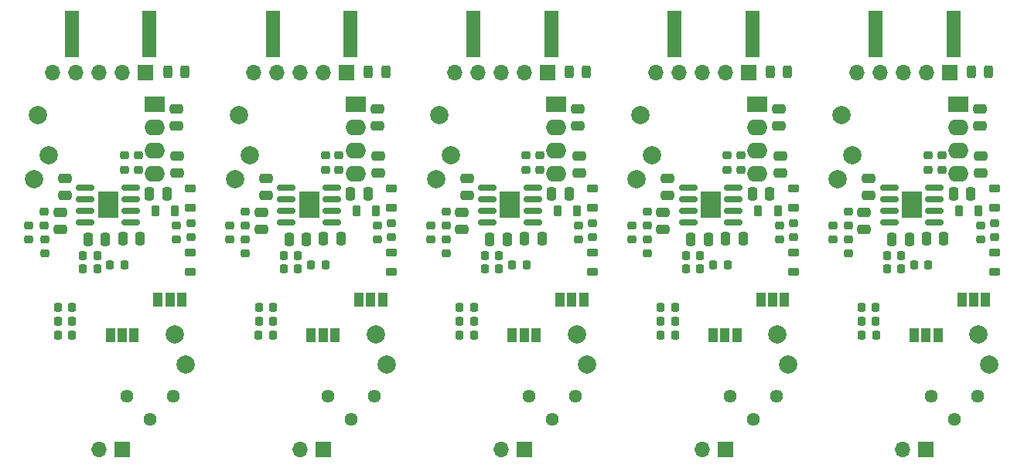
<source format=gbs>
%TF.GenerationSoftware,KiCad,Pcbnew,7.0.1*%
%TF.CreationDate,2023-10-09T00:35:30+02:00*%
%TF.ProjectId,current_probe,63757272-656e-4745-9f70-726f62652e6b,rev?*%
%TF.SameCoordinates,Original*%
%TF.FileFunction,Soldermask,Bot*%
%TF.FilePolarity,Negative*%
%FSLAX46Y46*%
G04 Gerber Fmt 4.6, Leading zero omitted, Abs format (unit mm)*
G04 Created by KiCad (PCBNEW 7.0.1) date 2023-10-09 00:35:30*
%MOMM*%
%LPD*%
G01*
G04 APERTURE LIST*
G04 Aperture macros list*
%AMRoundRect*
0 Rectangle with rounded corners*
0 $1 Rounding radius*
0 $2 $3 $4 $5 $6 $7 $8 $9 X,Y pos of 4 corners*
0 Add a 4 corners polygon primitive as box body*
4,1,4,$2,$3,$4,$5,$6,$7,$8,$9,$2,$3,0*
0 Add four circle primitives for the rounded corners*
1,1,$1+$1,$2,$3*
1,1,$1+$1,$4,$5*
1,1,$1+$1,$6,$7*
1,1,$1+$1,$8,$9*
0 Add four rect primitives between the rounded corners*
20,1,$1+$1,$2,$3,$4,$5,0*
20,1,$1+$1,$4,$5,$6,$7,0*
20,1,$1+$1,$6,$7,$8,$9,0*
20,1,$1+$1,$8,$9,$2,$3,0*%
G04 Aperture macros list end*
%ADD10RoundRect,0.225000X-0.250000X0.225000X-0.250000X-0.225000X0.250000X-0.225000X0.250000X0.225000X0*%
%ADD11RoundRect,0.225000X0.250000X-0.225000X0.250000X0.225000X-0.250000X0.225000X-0.250000X-0.225000X0*%
%ADD12RoundRect,0.250000X-0.475000X0.250000X-0.475000X-0.250000X0.475000X-0.250000X0.475000X0.250000X0*%
%ADD13C,2.000000*%
%ADD14RoundRect,0.225000X-0.225000X-0.250000X0.225000X-0.250000X0.225000X0.250000X-0.225000X0.250000X0*%
%ADD15RoundRect,0.150000X-0.825000X-0.150000X0.825000X-0.150000X0.825000X0.150000X-0.825000X0.150000X0*%
%ADD16R,2.290000X3.000000*%
%ADD17R,1.000000X1.500000*%
%ADD18RoundRect,0.250000X0.250000X0.475000X-0.250000X0.475000X-0.250000X-0.475000X0.250000X-0.475000X0*%
%ADD19RoundRect,0.218750X0.256250X-0.218750X0.256250X0.218750X-0.256250X0.218750X-0.256250X-0.218750X0*%
%ADD20RoundRect,0.250000X0.475000X-0.250000X0.475000X0.250000X-0.475000X0.250000X-0.475000X-0.250000X0*%
%ADD21R,1.700000X1.700000*%
%ADD22O,1.700000X1.700000*%
%ADD23RoundRect,0.218750X-0.381250X0.218750X-0.381250X-0.218750X0.381250X-0.218750X0.381250X0.218750X0*%
%ADD24RoundRect,0.218750X-0.218750X-0.256250X0.218750X-0.256250X0.218750X0.256250X-0.218750X0.256250X0*%
%ADD25C,1.440000*%
%ADD26RoundRect,0.218750X0.218750X0.381250X-0.218750X0.381250X-0.218750X-0.381250X0.218750X-0.381250X0*%
%ADD27RoundRect,0.218750X0.218750X0.256250X-0.218750X0.256250X-0.218750X-0.256250X0.218750X-0.256250X0*%
%ADD28R,1.500000X5.080000*%
%ADD29RoundRect,0.218750X0.381250X-0.218750X0.381250X0.218750X-0.381250X0.218750X-0.381250X-0.218750X0*%
%ADD30RoundRect,0.243750X-0.243750X-0.456250X0.243750X-0.456250X0.243750X0.456250X-0.243750X0.456250X0*%
%ADD31R,2.250000X1.750000*%
%ADD32O,2.250000X1.750000*%
%ADD33RoundRect,0.250000X-0.250000X-0.475000X0.250000X-0.475000X0.250000X0.475000X-0.250000X0.475000X0*%
G04 APERTURE END LIST*
D10*
%TO.C,C24*%
X205504200Y-112055482D03*
X205504200Y-113605482D03*
%TD*%
D11*
%TO.C,C29*%
X196744200Y-119774052D03*
X196744200Y-118224052D03*
%TD*%
D12*
%TO.C,C22*%
X211284200Y-112100482D03*
X211284200Y-114000482D03*
%TD*%
%TO.C,C21*%
X211174200Y-106935600D03*
X211174200Y-108835600D03*
%TD*%
D13*
%TO.C,TP5*%
X211024200Y-131675600D03*
%TD*%
D14*
%TO.C,C12*%
X200974200Y-124500600D03*
X202524200Y-124500600D03*
%TD*%
D15*
%TO.C,U2*%
X201249200Y-119380600D03*
X201249200Y-118110600D03*
X201249200Y-116840600D03*
X201249200Y-115570600D03*
X206199200Y-115570600D03*
X206199200Y-116840600D03*
X206199200Y-118110600D03*
X206199200Y-119380600D03*
D16*
X203724200Y-117475600D03*
%TD*%
D17*
%TO.C,JP2*%
X209184200Y-127860600D03*
X210484200Y-127860600D03*
X211784200Y-127860600D03*
%TD*%
D18*
%TO.C,C32*%
X203427652Y-121265600D03*
X201527652Y-121265600D03*
%TD*%
D14*
%TO.C,C14*%
X198224200Y-130250600D03*
X199774200Y-130250600D03*
%TD*%
D19*
%TO.C,FB7*%
X195040594Y-121297165D03*
X195040594Y-119722165D03*
%TD*%
D20*
%TO.C,C28*%
X198474200Y-120179052D03*
X198474200Y-118279052D03*
%TD*%
D21*
%TO.C,J3*%
X207824200Y-103000600D03*
D22*
X205284200Y-103000600D03*
X202744200Y-103000600D03*
X200204200Y-103000600D03*
X197664200Y-103000600D03*
%TD*%
D23*
%TO.C,L1*%
X212749200Y-115688100D03*
X212749200Y-117813100D03*
%TD*%
D24*
%TO.C,FB4*%
X203956404Y-124035600D03*
X205531404Y-124035600D03*
%TD*%
D14*
%TO.C,C13*%
X198224200Y-128750600D03*
X199774200Y-128750600D03*
%TD*%
D13*
%TO.C,TP4*%
X196024200Y-107665600D03*
%TD*%
D25*
%TO.C,R11*%
X210884200Y-138425600D03*
X208344200Y-140965600D03*
X205804200Y-138425600D03*
%TD*%
D11*
%TO.C,C25*%
X212774200Y-121027148D03*
X212774200Y-119477148D03*
%TD*%
D26*
%TO.C,L2*%
X211030152Y-118125600D03*
X208905152Y-118125600D03*
%TD*%
D10*
%TO.C,C23*%
X207014200Y-112055482D03*
X207014200Y-113605482D03*
%TD*%
D27*
%TO.C,FB5*%
X199786700Y-131750600D03*
X198211700Y-131750600D03*
%TD*%
D28*
%TO.C,J1*%
X199749200Y-98750600D03*
X208249200Y-98750600D03*
%TD*%
D29*
%TO.C,L3*%
X212749200Y-124813100D03*
X212749200Y-122688100D03*
%TD*%
D30*
%TO.C,F1*%
X210226700Y-102875600D03*
X212101700Y-102875600D03*
%TD*%
D14*
%TO.C,C11*%
X200974200Y-123000600D03*
X202524200Y-123000600D03*
%TD*%
D10*
%TO.C,C30*%
X196764200Y-121227148D03*
X196764200Y-122777148D03*
%TD*%
D12*
%TO.C,C31*%
X199004200Y-114572148D03*
X199004200Y-116472148D03*
%TD*%
D13*
%TO.C,TP3*%
X195613904Y-114635600D03*
%TD*%
%TO.C,TP2*%
X197238904Y-112060600D03*
%TD*%
D31*
%TO.C,PS1*%
X208809200Y-106470600D03*
D32*
X208809200Y-109010600D03*
X208809200Y-111550600D03*
X208809200Y-114090600D03*
%TD*%
D13*
%TO.C,TP1*%
X212194200Y-135015600D03*
%TD*%
D18*
%TO.C,C33*%
X210177652Y-116285600D03*
X208277652Y-116285600D03*
%TD*%
D11*
%TO.C,C26*%
X211214200Y-121274052D03*
X211214200Y-119724052D03*
%TD*%
D17*
%TO.C,JP1*%
X206564200Y-131775600D03*
X205264200Y-131775600D03*
X203964200Y-131775600D03*
%TD*%
D33*
%TO.C,C27*%
X205320748Y-121205600D03*
X207220748Y-121205600D03*
%TD*%
D21*
%TO.C,J2*%
X205274200Y-144250600D03*
D22*
X202734200Y-144250600D03*
%TD*%
D14*
%TO.C,C14*%
X176224200Y-130250600D03*
X177774200Y-130250600D03*
%TD*%
D20*
%TO.C,C28*%
X176474200Y-120179052D03*
X176474200Y-118279052D03*
%TD*%
D19*
%TO.C,FB7*%
X173040594Y-121297165D03*
X173040594Y-119722165D03*
%TD*%
D21*
%TO.C,J3*%
X185824200Y-103000600D03*
D22*
X183284200Y-103000600D03*
X180744200Y-103000600D03*
X178204200Y-103000600D03*
X175664200Y-103000600D03*
%TD*%
D23*
%TO.C,L1*%
X190749200Y-115688100D03*
X190749200Y-117813100D03*
%TD*%
D24*
%TO.C,FB4*%
X181956404Y-124035600D03*
X183531404Y-124035600D03*
%TD*%
D14*
%TO.C,C13*%
X176224200Y-128750600D03*
X177774200Y-128750600D03*
%TD*%
D27*
%TO.C,FB5*%
X177786700Y-131750600D03*
X176211700Y-131750600D03*
%TD*%
D13*
%TO.C,TP4*%
X174024200Y-107665600D03*
%TD*%
D25*
%TO.C,R11*%
X188884200Y-138425600D03*
X186344200Y-140965600D03*
X183804200Y-138425600D03*
%TD*%
D11*
%TO.C,C25*%
X190774200Y-121027148D03*
X190774200Y-119477148D03*
%TD*%
D26*
%TO.C,L2*%
X189030152Y-118125600D03*
X186905152Y-118125600D03*
%TD*%
D10*
%TO.C,C23*%
X185014200Y-112055482D03*
X185014200Y-113605482D03*
%TD*%
D12*
%TO.C,C22*%
X189284200Y-112100482D03*
X189284200Y-114000482D03*
%TD*%
%TO.C,C21*%
X189174200Y-106935600D03*
X189174200Y-108835600D03*
%TD*%
D10*
%TO.C,C24*%
X183504200Y-112055482D03*
X183504200Y-113605482D03*
%TD*%
D11*
%TO.C,C29*%
X174744200Y-119774052D03*
X174744200Y-118224052D03*
%TD*%
D13*
%TO.C,TP5*%
X189024200Y-131675600D03*
%TD*%
D31*
%TO.C,PS1*%
X186809200Y-106470600D03*
D32*
X186809200Y-109010600D03*
X186809200Y-111550600D03*
X186809200Y-114090600D03*
%TD*%
D13*
%TO.C,TP1*%
X190194200Y-135015600D03*
%TD*%
D18*
%TO.C,C33*%
X188177652Y-116285600D03*
X186277652Y-116285600D03*
%TD*%
D11*
%TO.C,C26*%
X189214200Y-121274052D03*
X189214200Y-119724052D03*
%TD*%
D17*
%TO.C,JP1*%
X184564200Y-131775600D03*
X183264200Y-131775600D03*
X181964200Y-131775600D03*
%TD*%
D33*
%TO.C,C27*%
X183320748Y-121205600D03*
X185220748Y-121205600D03*
%TD*%
D21*
%TO.C,J2*%
X183274200Y-144250600D03*
D22*
X180734200Y-144250600D03*
%TD*%
D28*
%TO.C,J1*%
X177749200Y-98750600D03*
X186249200Y-98750600D03*
%TD*%
D29*
%TO.C,L3*%
X190749200Y-124813100D03*
X190749200Y-122688100D03*
%TD*%
D30*
%TO.C,F1*%
X188226700Y-102875600D03*
X190101700Y-102875600D03*
%TD*%
D14*
%TO.C,C11*%
X178974200Y-123000600D03*
X180524200Y-123000600D03*
%TD*%
D10*
%TO.C,C30*%
X174764200Y-121227148D03*
X174764200Y-122777148D03*
%TD*%
D12*
%TO.C,C31*%
X177004200Y-114572148D03*
X177004200Y-116472148D03*
%TD*%
D13*
%TO.C,TP3*%
X173613904Y-114635600D03*
%TD*%
D14*
%TO.C,C12*%
X178974200Y-124500600D03*
X180524200Y-124500600D03*
%TD*%
D15*
%TO.C,U2*%
X179249200Y-119380600D03*
X179249200Y-118110600D03*
X179249200Y-116840600D03*
X179249200Y-115570600D03*
X184199200Y-115570600D03*
X184199200Y-116840600D03*
X184199200Y-118110600D03*
X184199200Y-119380600D03*
D16*
X181724200Y-117475600D03*
%TD*%
D17*
%TO.C,JP2*%
X187184200Y-127860600D03*
X188484200Y-127860600D03*
X189784200Y-127860600D03*
%TD*%
D18*
%TO.C,C32*%
X181427652Y-121265600D03*
X179527652Y-121265600D03*
%TD*%
D13*
%TO.C,TP2*%
X175238904Y-112060600D03*
%TD*%
D14*
%TO.C,C12*%
X156974200Y-124500600D03*
X158524200Y-124500600D03*
%TD*%
D15*
%TO.C,U2*%
X157249200Y-119380600D03*
X157249200Y-118110600D03*
X157249200Y-116840600D03*
X157249200Y-115570600D03*
X162199200Y-115570600D03*
X162199200Y-116840600D03*
X162199200Y-118110600D03*
X162199200Y-119380600D03*
D16*
X159724200Y-117475600D03*
%TD*%
D17*
%TO.C,JP2*%
X165184200Y-127860600D03*
X166484200Y-127860600D03*
X167784200Y-127860600D03*
%TD*%
D18*
%TO.C,C32*%
X159427652Y-121265600D03*
X157527652Y-121265600D03*
%TD*%
%TO.C,C33*%
X166177652Y-116285600D03*
X164277652Y-116285600D03*
%TD*%
D11*
%TO.C,C26*%
X167214200Y-121274052D03*
X167214200Y-119724052D03*
%TD*%
D17*
%TO.C,JP1*%
X162564200Y-131775600D03*
X161264200Y-131775600D03*
X159964200Y-131775600D03*
%TD*%
D33*
%TO.C,C27*%
X161320748Y-121205600D03*
X163220748Y-121205600D03*
%TD*%
D29*
%TO.C,L3*%
X168749200Y-124813100D03*
X168749200Y-122688100D03*
%TD*%
D30*
%TO.C,F1*%
X166226700Y-102875600D03*
X168101700Y-102875600D03*
%TD*%
D14*
%TO.C,C11*%
X156974200Y-123000600D03*
X158524200Y-123000600D03*
%TD*%
D10*
%TO.C,C30*%
X152764200Y-121227148D03*
X152764200Y-122777148D03*
%TD*%
D11*
%TO.C,C25*%
X168774200Y-121027148D03*
X168774200Y-119477148D03*
%TD*%
D26*
%TO.C,L2*%
X167030152Y-118125600D03*
X164905152Y-118125600D03*
%TD*%
D10*
%TO.C,C23*%
X163014200Y-112055482D03*
X163014200Y-113605482D03*
%TD*%
D12*
%TO.C,C22*%
X167284200Y-112100482D03*
X167284200Y-114000482D03*
%TD*%
D23*
%TO.C,L1*%
X168749200Y-115688100D03*
X168749200Y-117813100D03*
%TD*%
D24*
%TO.C,FB4*%
X159956404Y-124035600D03*
X161531404Y-124035600D03*
%TD*%
D14*
%TO.C,C13*%
X154224200Y-128750600D03*
X155774200Y-128750600D03*
%TD*%
D27*
%TO.C,FB5*%
X155786700Y-131750600D03*
X154211700Y-131750600D03*
%TD*%
D12*
%TO.C,C21*%
X167174200Y-106935600D03*
X167174200Y-108835600D03*
%TD*%
D10*
%TO.C,C24*%
X161504200Y-112055482D03*
X161504200Y-113605482D03*
%TD*%
D11*
%TO.C,C29*%
X152744200Y-119774052D03*
X152744200Y-118224052D03*
%TD*%
D14*
%TO.C,C14*%
X154224200Y-130250600D03*
X155774200Y-130250600D03*
%TD*%
D20*
%TO.C,C28*%
X154474200Y-120179052D03*
X154474200Y-118279052D03*
%TD*%
D19*
%TO.C,FB7*%
X151040594Y-121297165D03*
X151040594Y-119722165D03*
%TD*%
D12*
%TO.C,C31*%
X155004200Y-114572148D03*
X155004200Y-116472148D03*
%TD*%
D13*
%TO.C,TP3*%
X151613904Y-114635600D03*
%TD*%
D21*
%TO.C,J2*%
X161274200Y-144250600D03*
D22*
X158734200Y-144250600D03*
%TD*%
D13*
%TO.C,TP5*%
X167024200Y-131675600D03*
%TD*%
%TO.C,TP4*%
X152024200Y-107665600D03*
%TD*%
D25*
%TO.C,R11*%
X166884200Y-138425600D03*
X164344200Y-140965600D03*
X161804200Y-138425600D03*
%TD*%
D13*
%TO.C,TP2*%
X153238904Y-112060600D03*
%TD*%
D28*
%TO.C,J1*%
X155749200Y-98750600D03*
X164249200Y-98750600D03*
%TD*%
D13*
%TO.C,TP1*%
X168194200Y-135015600D03*
%TD*%
D31*
%TO.C,PS1*%
X164809200Y-106470600D03*
D32*
X164809200Y-109010600D03*
X164809200Y-111550600D03*
X164809200Y-114090600D03*
%TD*%
D21*
%TO.C,J3*%
X163824200Y-103000600D03*
D22*
X161284200Y-103000600D03*
X158744200Y-103000600D03*
X156204200Y-103000600D03*
X153664200Y-103000600D03*
%TD*%
D14*
%TO.C,C12*%
X134974200Y-124500600D03*
X136524200Y-124500600D03*
%TD*%
D15*
%TO.C,U2*%
X135249200Y-119380600D03*
X135249200Y-118110600D03*
X135249200Y-116840600D03*
X135249200Y-115570600D03*
X140199200Y-115570600D03*
X140199200Y-116840600D03*
X140199200Y-118110600D03*
X140199200Y-119380600D03*
D16*
X137724200Y-117475600D03*
%TD*%
D17*
%TO.C,JP2*%
X143184200Y-127860600D03*
X144484200Y-127860600D03*
X145784200Y-127860600D03*
%TD*%
D18*
%TO.C,C32*%
X137427652Y-121265600D03*
X135527652Y-121265600D03*
%TD*%
%TO.C,C33*%
X144177652Y-116285600D03*
X142277652Y-116285600D03*
%TD*%
D11*
%TO.C,C26*%
X145214200Y-121274052D03*
X145214200Y-119724052D03*
%TD*%
D17*
%TO.C,JP1*%
X140564200Y-131775600D03*
X139264200Y-131775600D03*
X137964200Y-131775600D03*
%TD*%
D33*
%TO.C,C27*%
X139320748Y-121205600D03*
X141220748Y-121205600D03*
%TD*%
D29*
%TO.C,L3*%
X146749200Y-124813100D03*
X146749200Y-122688100D03*
%TD*%
D30*
%TO.C,F1*%
X144226700Y-102875600D03*
X146101700Y-102875600D03*
%TD*%
D14*
%TO.C,C11*%
X134974200Y-123000600D03*
X136524200Y-123000600D03*
%TD*%
D10*
%TO.C,C30*%
X130764200Y-121227148D03*
X130764200Y-122777148D03*
%TD*%
D11*
%TO.C,C25*%
X146774200Y-121027148D03*
X146774200Y-119477148D03*
%TD*%
D26*
%TO.C,L2*%
X145030152Y-118125600D03*
X142905152Y-118125600D03*
%TD*%
D10*
%TO.C,C23*%
X141014200Y-112055482D03*
X141014200Y-113605482D03*
%TD*%
D12*
%TO.C,C22*%
X145284200Y-112100482D03*
X145284200Y-114000482D03*
%TD*%
D23*
%TO.C,L1*%
X146749200Y-115688100D03*
X146749200Y-117813100D03*
%TD*%
D24*
%TO.C,FB4*%
X137956404Y-124035600D03*
X139531404Y-124035600D03*
%TD*%
D14*
%TO.C,C13*%
X132224200Y-128750600D03*
X133774200Y-128750600D03*
%TD*%
D27*
%TO.C,FB5*%
X133786700Y-131750600D03*
X132211700Y-131750600D03*
%TD*%
D12*
%TO.C,C21*%
X145174200Y-106935600D03*
X145174200Y-108835600D03*
%TD*%
D10*
%TO.C,C24*%
X139504200Y-112055482D03*
X139504200Y-113605482D03*
%TD*%
D11*
%TO.C,C29*%
X130744200Y-119774052D03*
X130744200Y-118224052D03*
%TD*%
D14*
%TO.C,C14*%
X132224200Y-130250600D03*
X133774200Y-130250600D03*
%TD*%
D20*
%TO.C,C28*%
X132474200Y-120179052D03*
X132474200Y-118279052D03*
%TD*%
D19*
%TO.C,FB7*%
X129040594Y-121297165D03*
X129040594Y-119722165D03*
%TD*%
D12*
%TO.C,C31*%
X133004200Y-114572148D03*
X133004200Y-116472148D03*
%TD*%
D13*
%TO.C,TP3*%
X129613904Y-114635600D03*
%TD*%
D21*
%TO.C,J2*%
X139274200Y-144250600D03*
D22*
X136734200Y-144250600D03*
%TD*%
D13*
%TO.C,TP5*%
X145024200Y-131675600D03*
%TD*%
%TO.C,TP4*%
X130024200Y-107665600D03*
%TD*%
D25*
%TO.C,R11*%
X144884200Y-138425600D03*
X142344200Y-140965600D03*
X139804200Y-138425600D03*
%TD*%
D13*
%TO.C,TP2*%
X131238904Y-112060600D03*
%TD*%
D28*
%TO.C,J1*%
X133749200Y-98750600D03*
X142249200Y-98750600D03*
%TD*%
D13*
%TO.C,TP1*%
X146194200Y-135015600D03*
%TD*%
D31*
%TO.C,PS1*%
X142809200Y-106470600D03*
D32*
X142809200Y-109010600D03*
X142809200Y-111550600D03*
X142809200Y-114090600D03*
%TD*%
D21*
%TO.C,J3*%
X141824200Y-103000600D03*
D22*
X139284200Y-103000600D03*
X136744200Y-103000600D03*
X134204200Y-103000600D03*
X131664200Y-103000600D03*
%TD*%
%TO.C,J3*%
X109664200Y-103000600D03*
X112204200Y-103000600D03*
X114744200Y-103000600D03*
X117284200Y-103000600D03*
D21*
X119824200Y-103000600D03*
%TD*%
D32*
%TO.C,PS1*%
X120809200Y-114090600D03*
X120809200Y-111550600D03*
X120809200Y-109010600D03*
D31*
X120809200Y-106470600D03*
%TD*%
D28*
%TO.C,J1*%
X120249200Y-98750600D03*
X111749200Y-98750600D03*
%TD*%
D13*
%TO.C,TP1*%
X124194200Y-135015600D03*
%TD*%
%TO.C,TP2*%
X109238904Y-112060600D03*
%TD*%
D25*
%TO.C,R11*%
X117804200Y-138425600D03*
X120344200Y-140965600D03*
X122884200Y-138425600D03*
%TD*%
D13*
%TO.C,TP4*%
X108024200Y-107665600D03*
%TD*%
%TO.C,TP5*%
X123024200Y-131675600D03*
%TD*%
D22*
%TO.C,J2*%
X114734200Y-144250600D03*
D21*
X117274200Y-144250600D03*
%TD*%
D13*
%TO.C,TP3*%
X107613904Y-114635600D03*
%TD*%
D12*
%TO.C,C31*%
X111004200Y-116472148D03*
X111004200Y-114572148D03*
%TD*%
D19*
%TO.C,FB7*%
X107040594Y-119722165D03*
X107040594Y-121297165D03*
%TD*%
D20*
%TO.C,C28*%
X110474200Y-118279052D03*
X110474200Y-120179052D03*
%TD*%
D14*
%TO.C,C14*%
X111774200Y-130250600D03*
X110224200Y-130250600D03*
%TD*%
D11*
%TO.C,C29*%
X108744200Y-118224052D03*
X108744200Y-119774052D03*
%TD*%
D10*
%TO.C,C24*%
X117504200Y-113605482D03*
X117504200Y-112055482D03*
%TD*%
D12*
%TO.C,C21*%
X123174200Y-108835600D03*
X123174200Y-106935600D03*
%TD*%
D27*
%TO.C,FB5*%
X110211700Y-131750600D03*
X111786700Y-131750600D03*
%TD*%
D14*
%TO.C,C13*%
X111774200Y-128750600D03*
X110224200Y-128750600D03*
%TD*%
D24*
%TO.C,FB4*%
X117531404Y-124035600D03*
X115956404Y-124035600D03*
%TD*%
D23*
%TO.C,L1*%
X124749200Y-117813100D03*
X124749200Y-115688100D03*
%TD*%
D12*
%TO.C,C22*%
X123284200Y-114000482D03*
X123284200Y-112100482D03*
%TD*%
D10*
%TO.C,C23*%
X119014200Y-113605482D03*
X119014200Y-112055482D03*
%TD*%
D26*
%TO.C,L2*%
X120905152Y-118125600D03*
X123030152Y-118125600D03*
%TD*%
D11*
%TO.C,C25*%
X124774200Y-119477148D03*
X124774200Y-121027148D03*
%TD*%
D10*
%TO.C,C30*%
X108764200Y-122777148D03*
X108764200Y-121227148D03*
%TD*%
D14*
%TO.C,C11*%
X114524200Y-123000600D03*
X112974200Y-123000600D03*
%TD*%
D30*
%TO.C,F1*%
X124101700Y-102875600D03*
X122226700Y-102875600D03*
%TD*%
D29*
%TO.C,L3*%
X124749200Y-122688100D03*
X124749200Y-124813100D03*
%TD*%
D33*
%TO.C,C27*%
X119220748Y-121205600D03*
X117320748Y-121205600D03*
%TD*%
D17*
%TO.C,JP1*%
X115964200Y-131775600D03*
X117264200Y-131775600D03*
X118564200Y-131775600D03*
%TD*%
D11*
%TO.C,C26*%
X123214200Y-119724052D03*
X123214200Y-121274052D03*
%TD*%
D18*
%TO.C,C33*%
X120277652Y-116285600D03*
X122177652Y-116285600D03*
%TD*%
%TO.C,C32*%
X113527652Y-121265600D03*
X115427652Y-121265600D03*
%TD*%
D17*
%TO.C,JP2*%
X123784200Y-127860600D03*
X122484200Y-127860600D03*
X121184200Y-127860600D03*
%TD*%
D16*
%TO.C,U2*%
X115724200Y-117475600D03*
D15*
X118199200Y-119380600D03*
X118199200Y-118110600D03*
X118199200Y-116840600D03*
X118199200Y-115570600D03*
X113249200Y-115570600D03*
X113249200Y-116840600D03*
X113249200Y-118110600D03*
X113249200Y-119380600D03*
%TD*%
D14*
%TO.C,C12*%
X114524200Y-124500600D03*
X112974200Y-124500600D03*
%TD*%
M02*

</source>
